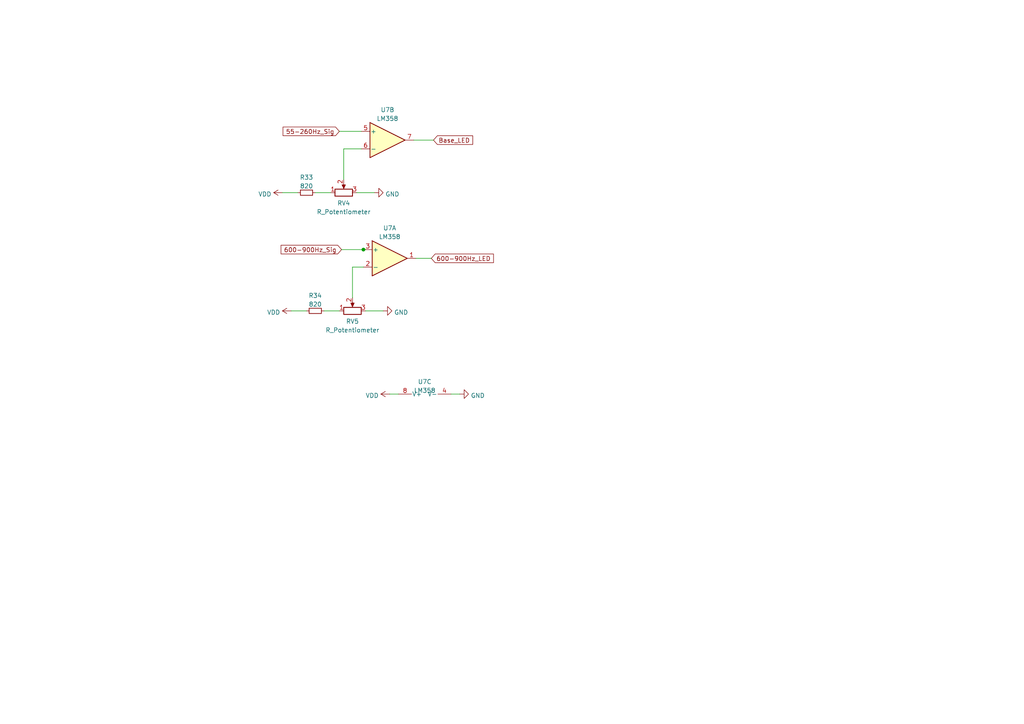
<source format=kicad_sch>
(kicad_sch (version 20211123) (generator eeschema)
  (paper "A4")
  (lib_symbols
    (symbol "Amplifier_Operational:LM358" (pin_names (offset 0.127))
      (property "Reference" "U" (at 0 5.08 0))
      (property "Value" "LM358" (at 0 -5.08 0))
      (symbol "LM358_1_1"
        (polyline (pts (xy -5.08 5.08) (xy 5.08 0) (xy -5.08 -5.08) (xy -5.08 5.08)) (stroke (width 0.254)) (fill (type background)))
        (pin output line (at 7.62 0 180) (length 2.54) (name "~") (number "1"))
        (pin input line (at -7.62 -2.54 0) (length 2.54) (name "-") (number "2"))
        (pin input line (at -7.62 2.54 0) (length 2.54) (name "+") (number "3"))
      )
      (symbol "LM358_2_1"
        (polyline (pts (xy -5.08 5.08) (xy 5.08 0) (xy -5.08 -5.08) (xy -5.08 5.08)) (stroke (width 0.254)) (fill (type background)))
        (pin input line (at -7.62 2.54 0) (length 2.54) (name "+") (number "5"))
        (pin input line (at -7.62 -2.54 0) (length 2.54) (name "-") (number "6"))
        (pin output line (at 7.62 0 180) (length 2.54) (name "~") (number "7"))
      )
      (symbol "LM358_3_1"
        (pin power_in line (at -2.54 -7.62 90) (length 3.81) (name "V-") (number "4"))
        (pin power_in line (at -2.54 7.62 270) (length 3.81) (name "V+") (number "8"))
      )
    )
    (symbol "Device:R_Potentiometer" (pin_names (offset 1.016) hide)
      (property "Reference" "RV" (at -4.445 0 90))
      (property "Value" "R_Potentiometer" (at -2.54 0 90))
      (symbol "R_Potentiometer_0_1"
        (polyline (pts (xy 2.54 0) (xy 1.524 0)))
        (polyline (pts (xy 1.143 0) (xy 2.286 0.508) (xy 2.286 -0.508) (xy 1.143 0)) (fill (type outline)))
        (rectangle (start 1.016 2.54) (end -1.016 -2.54) (stroke (width 0.254)))
      )
      (symbol "R_Potentiometer_1_1"
        (pin passive line (at 0 3.81 270) (length 1.27) (name "1") (number "1"))
        (pin passive line (at 3.81 0 180) (length 1.27) (name "2") (number "2"))
        (pin passive line (at 0 -3.81 90) (length 1.27) (name "3") (number "3"))
      )
    )
    (symbol "Device:R_Small" (pin_numbers hide) (pin_names (offset 0.254) hide)
      (property "Reference" "R" (at 0.762 0.508 0))
      (property "Value" "R_Small" (at 0.762 -1.016 0))
      (symbol "R_Small_0_1"
        (rectangle (start -0.762 1.778) (end 0.762 -1.778) (stroke (width 0.2032)))
      )
      (symbol "R_Small_1_1"
        (pin passive line (at 0 2.54 270) (length 0.762) (name "~") (number "1"))
        (pin passive line (at 0 -2.54 90) (length 0.762) (name "~") (number "2"))
      )
    )
    (symbol "power:GND" (power) (pin_names (offset 0))
      (property "Value" "GND" (at 0 -3.81 0))
      (symbol "GND_0_1"
        (polyline (pts (xy 0 0) (xy 0 -1.27) (xy 1.27 -1.27) (xy 0 -2.54) (xy -1.27 -1.27) (xy 0 -1.27)))
      )
      (symbol "GND_1_1"
        (pin power_in line (at 0 0 270) (length 0) hide (name "GND") (number "1"))
      )
    )
    (symbol "power:VDD" (power) (pin_names (offset 0))
      (property "Value" "VDD" (at 0 3.81 0))
      (symbol "VDD_0_1"
        (polyline (pts (xy -0.762 1.27) (xy 0 2.54)))
        (polyline (pts (xy 0 0) (xy 0 2.54)))
        (polyline (pts (xy 0 2.54) (xy 0.762 1.27)))
      )
      (symbol "VDD_1_1"
        (pin power_in line (at 0 0 90) (length 0) hide (name "VDD") (number "1"))
      )
    )
  )
  (junction (at 105.41 72.39))
  (wire (pts (xy 120.015 40.64) (xy 125.73 40.64)))
  (wire (pts (xy 99.695 43.18) (xy 104.775 43.18)))
  (wire (pts (xy 81.915 55.88) (xy 86.36 55.88)))
  (wire (pts (xy 105.41 77.47) (xy 102.235 77.47)))
  (wire (pts (xy 106.045 90.17) (xy 111.125 90.17)))
  (wire (pts (xy 130.81 114.3) (xy 133.35 114.3)))
  (wire (pts (xy 105.41 72.39) (xy 106.045 72.39)))
  (wire (pts (xy 113.03 114.3) (xy 115.57 114.3)))
  (wire (pts (xy 103.505 55.88) (xy 108.585 55.88)))
  (wire (pts (xy 91.44 55.88) (xy 95.885 55.88)))
  (wire (pts (xy 99.06 72.39) (xy 105.41 72.39)))
  (wire (pts (xy 84.455 90.17) (xy 88.9 90.17)))
  (wire (pts (xy 98.425 38.1) (xy 104.775 38.1)))
  (wire (pts (xy 99.695 43.18) (xy 99.695 52.07)))
  (wire (pts (xy 120.65 74.93) (xy 125.095 74.93)))
  (wire (pts (xy 102.235 77.47) (xy 102.235 86.36)))
  (wire (pts (xy 93.98 90.17) (xy 98.425 90.17)))
  (global_label "600-900Hz_LED" (shape input) (at 125.095 74.93 0) (property "Intersheet References" "${INTERSHEET_REFS}" (effects hide)))
  (global_label "Base_LED" (shape input) (at 125.73 40.64 0) (property "Intersheet References" "${INTERSHEET_REFS}" (effects hide)))
  (global_label "55-260Hz_Sig" (shape input) (at 98.425 38.1 180) (property "Intersheet References" "${INTERSHEET_REFS}" (effects hide)))
  (global_label "600-900Hz_Sig" (shape input) (at 99.06 72.39 180) (property "Intersheet References" "${INTERSHEET_REFS}" (effects hide)))
  (symbol (lib_id "Amplifier_Operational:LM358") (at 112.395 40.64 0) (unit 2)
    (property "Reference" "U7" (at 112.395 31.8602 0))
    (property "Value" "LM358" (at 112.395 34.3971 0))
    (property "Footprint" "Package_DIP:DIP-8_W7.62mm" (effects hide))
    (property "Datasheet" "http://www.ti.com/lit/ds/symlink/lm2904-n.pdf" (effects hide))
  )
  (symbol (lib_id "Amplifier_Operational:LM358") (at 113.03 74.93 0) (unit 1)
    (property "Reference" "U7" (at 113.03 66.1502 0))
    (property "Value" "LM358" (at 113.03 68.6871 0))
    (property "Footprint" "Package_DIP:DIP-8_W7.62mm" (effects hide))
    (property "Datasheet" "http://www.ti.com/lit/ds/symlink/lm2904-n.pdf" (effects hide))
  )
  (symbol (lib_id "Device:R_Small") (at 91.44 90.17 90) (unit 1)
    (property "Reference" "R34" (at 91.44 85.7336 90))
    (property "Value" "820" (at 91.44 88.2705 90))
    (property "Footprint" "Resistor_THT:R_Axial_DIN0204_L3.6mm_D1.6mm_P5.08mm_Horizontal" (effects hide))
  )
  (symbol (lib_id "power:VDD") (at 113.03 114.3 90) (unit 1)
    (property "Reference" "#PWR031" (effects hide))
    (property "Value" "VDD" (at 109.855 114.7338 90) (effects (justify left)))
  )
  (symbol (lib_id "Device:R_Small") (at 88.9 55.88 90) (unit 1)
    (property "Reference" "R33" (at 88.9 51.4436 90))
    (property "Value" "820" (at 88.9 53.9805 90))
    (property "Footprint" "Resistor_THT:R_Axial_DIN0204_L3.6mm_D1.6mm_P5.08mm_Horizontal" (effects hide))
  )
  (symbol (lib_id "power:GND") (at 111.125 90.17 90) (unit 1)
    (property "Reference" "#PWR030" (effects hide))
    (property "Value" "GND" (at 114.3 90.6038 90) (effects (justify right)))
  )
  (symbol (lib_id "power:VDD") (at 84.455 90.17 90) (unit 1)
    (property "Reference" "#PWR028" (effects hide))
    (property "Value" "VDD" (at 81.28 90.6038 90) (effects (justify left)))
  )
  (symbol (lib_id "power:GND") (at 133.35 114.3 90) (unit 1)
    (property "Reference" "#PWR032" (effects hide))
    (property "Value" "GND" (at 136.525 114.7338 90) (effects (justify right)))
  )
  (symbol (lib_id "Device:R_Potentiometer") (at 99.695 55.88 90) (unit 1)
    (property "Reference" "RV4" (at 99.695 58.9264 90))
    (property "Value" "R_Potentiometer" (at 99.695 61.4633 90))
    (property "Footprint" "Potentiometer_THT:Potentiometer_Bourns_3296W_Vertical" (effects hide))
  )
  (symbol (lib_id "Amplifier_Operational:LM358") (at 123.19 111.76 90) (unit 3)
    (property "Reference" "U7" (at 123.19 110.7272 90))
    (property "Value" "LM358" (at 123.19 113.2641 90))
    (property "Footprint" "Package_DIP:DIP-8_W7.62mm" (effects hide))
    (property "Datasheet" "http://www.ti.com/lit/ds/symlink/lm2904-n.pdf" (effects hide))
  )
  (symbol (lib_id "power:VDD") (at 81.915 55.88 90) (unit 1)
    (property "Reference" "#PWR027" (effects hide))
    (property "Value" "VDD" (at 78.74 56.3138 90) (effects (justify left)))
  )
  (symbol (lib_id "Device:R_Potentiometer") (at 102.235 90.17 90) (unit 1)
    (property "Reference" "RV5" (at 102.235 93.2164 90))
    (property "Value" "R_Potentiometer" (at 102.235 95.7533 90))
    (property "Footprint" "Potentiometer_THT:Potentiometer_Bourns_3296W_Vertical" (effects hide))
  )
  (symbol (lib_id "power:GND") (at 108.585 55.88 90) (unit 1)
    (property "Reference" "#PWR029" (effects hide))
    (property "Value" "GND" (at 111.76 56.3138 90) (effects (justify right)))
  )
)
</source>
